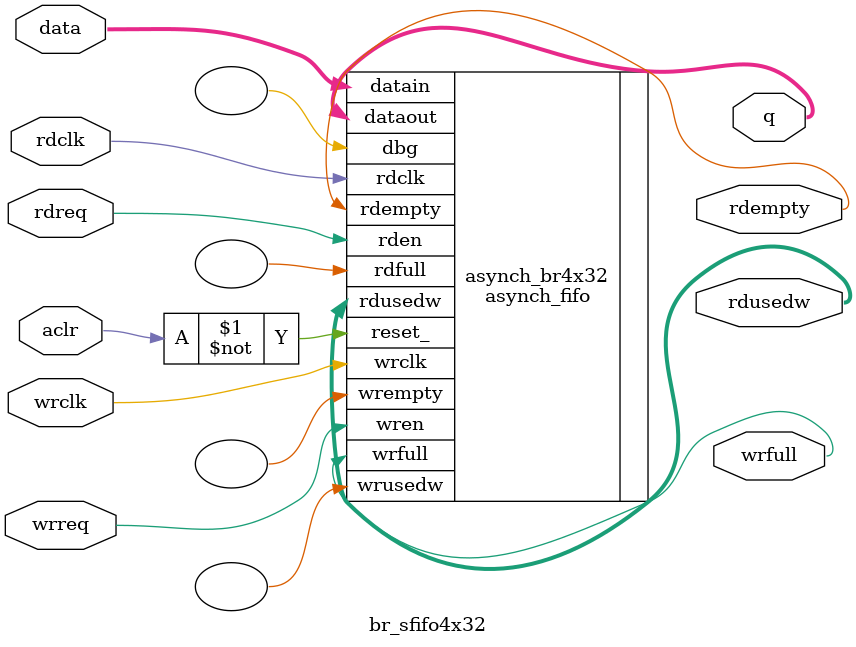
<source format=v>

`timescale 1ns / 1ns


module br_sfifo4x32

(
			aclr,

			wrclk,  	  // Clk for writing data 
			wrreq,  	  // request to write
			data,   	  // Data coming in 
			wrfull, 	  // indicates fifo is full or not (To avoid overiding)
		            
		    rdclk,  	   // Clk for reading data 
			rdreq,  	   // Request to read from FIFO
			q, 	    	   // Data coming out 
			rdempty,	   // indicates fifo is empty or not (to avoid underflow)
			rdusedw 	   // number of slots currently in use for reading

);	 
    //setting default values.
	parameter WIDTH = 32,
			  DEPTH = 4,
			  PTR	= 2;
			  
			  
			input wire aclr;

			input  wire 				wrclk;     // Clk for writing data
			input  wire 				wrreq;     // request to write
			input  wire [WIDTH-1 : 0]	data;      // Data coming in
			output wire					wrfull;    // indicates fifo is full or not (To avoid overiding)

			input  wire 				rdclk;     // Clk for reading data 
			input  wire 				rdreq;     // Request to read from FIFO
			output wire [WIDTH-1 : 0]	q; 	       // Data coming out
			output wire 				rdempty;   // indicates fifo is empty or not (to avoid underflow)
			output wire [PTR  : 0] 		rdusedw;   // number of slots currently in use for reading

			
			
	asynch_fifo	#(.WIDTH (WIDTH),
					  	  .DEPTH (DEPTH),
					 	  .PTR	 (PTR) )
 										
	asynch_br4x32		  (
			.reset_	(~aclr),
			
			.wrclk	(wrclk),		  // Clk to write data
			.wren	(wrreq),	 	  // write enable
			.datain	(data),			  // write data
			.wrfull	(wrfull),		  // indicates fifo is full or not (To avoid overiding)
			.wrempty(),				  // indicates fifo is empty or not (to avoid underflow)
			.wrusedw(),				  // wrusedw -number of locations filled in fifo

			.rdclk	(rdclk),		  // i-1, Clk to read data
			.rden	(rdreq),		  // i-1, read enable of data FIFO
			.dataout(q),			  // Dataout of data FIFO
			.rdfull	(),				  // indicates fifo is full or not (To avoid overiding) (Not used)
			.rdempty(rdempty),		  // indicates fifo is empty or not (to avoid underflow)
			.rdusedw(rdusedw),		  // rdusedw -number of locations filled in fifo (not used )

			.dbg()

		 );
		 
endmodule
</source>
